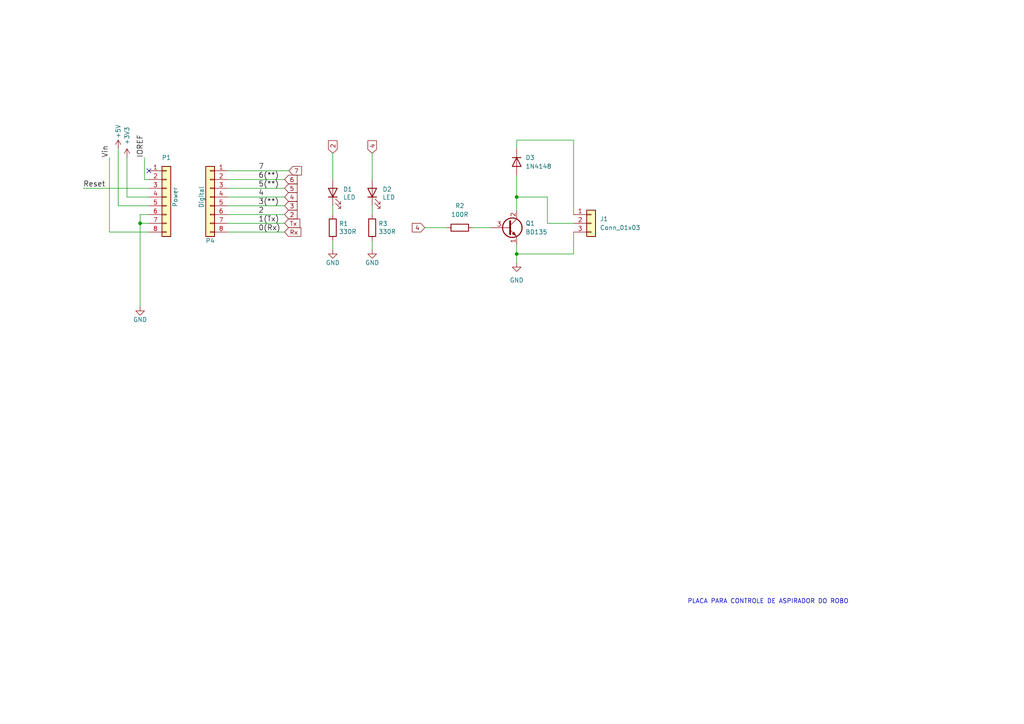
<source format=kicad_sch>
(kicad_sch (version 20211123) (generator eeschema)

  (uuid 55e9da1c-b2d4-4995-a39b-e5429bb67fb4)

  (paper "A4")

  (title_block
    (date "2022-07-27")
  )

  (lib_symbols
    (symbol "Connector_Generic:Conn_01x03" (pin_names (offset 1.016) hide) (in_bom yes) (on_board yes)
      (property "Reference" "J" (id 0) (at 0 5.08 0)
        (effects (font (size 1.27 1.27)))
      )
      (property "Value" "Conn_01x03" (id 1) (at 0 -5.08 0)
        (effects (font (size 1.27 1.27)))
      )
      (property "Footprint" "" (id 2) (at 0 0 0)
        (effects (font (size 1.27 1.27)) hide)
      )
      (property "Datasheet" "~" (id 3) (at 0 0 0)
        (effects (font (size 1.27 1.27)) hide)
      )
      (property "ki_keywords" "connector" (id 4) (at 0 0 0)
        (effects (font (size 1.27 1.27)) hide)
      )
      (property "ki_description" "Generic connector, single row, 01x03, script generated (kicad-library-utils/schlib/autogen/connector/)" (id 5) (at 0 0 0)
        (effects (font (size 1.27 1.27)) hide)
      )
      (property "ki_fp_filters" "Connector*:*_1x??_*" (id 6) (at 0 0 0)
        (effects (font (size 1.27 1.27)) hide)
      )
      (symbol "Conn_01x03_1_1"
        (rectangle (start -1.27 -2.413) (end 0 -2.667)
          (stroke (width 0.1524) (type default) (color 0 0 0 0))
          (fill (type none))
        )
        (rectangle (start -1.27 0.127) (end 0 -0.127)
          (stroke (width 0.1524) (type default) (color 0 0 0 0))
          (fill (type none))
        )
        (rectangle (start -1.27 2.667) (end 0 2.413)
          (stroke (width 0.1524) (type default) (color 0 0 0 0))
          (fill (type none))
        )
        (rectangle (start -1.27 3.81) (end 1.27 -3.81)
          (stroke (width 0.254) (type default) (color 0 0 0 0))
          (fill (type background))
        )
        (pin passive line (at -5.08 2.54 0) (length 3.81)
          (name "Pin_1" (effects (font (size 1.27 1.27))))
          (number "1" (effects (font (size 1.27 1.27))))
        )
        (pin passive line (at -5.08 0 0) (length 3.81)
          (name "Pin_2" (effects (font (size 1.27 1.27))))
          (number "2" (effects (font (size 1.27 1.27))))
        )
        (pin passive line (at -5.08 -2.54 0) (length 3.81)
          (name "Pin_3" (effects (font (size 1.27 1.27))))
          (number "3" (effects (font (size 1.27 1.27))))
        )
      )
    )
    (symbol "Connector_Generic:Conn_01x08" (pin_names (offset 1.016) hide) (in_bom yes) (on_board yes)
      (property "Reference" "J" (id 0) (at 0 10.16 0)
        (effects (font (size 1.27 1.27)))
      )
      (property "Value" "Conn_01x08" (id 1) (at 0 -12.7 0)
        (effects (font (size 1.27 1.27)))
      )
      (property "Footprint" "" (id 2) (at 0 0 0)
        (effects (font (size 1.27 1.27)) hide)
      )
      (property "Datasheet" "~" (id 3) (at 0 0 0)
        (effects (font (size 1.27 1.27)) hide)
      )
      (property "ki_keywords" "connector" (id 4) (at 0 0 0)
        (effects (font (size 1.27 1.27)) hide)
      )
      (property "ki_description" "Generic connector, single row, 01x08, script generated (kicad-library-utils/schlib/autogen/connector/)" (id 5) (at 0 0 0)
        (effects (font (size 1.27 1.27)) hide)
      )
      (property "ki_fp_filters" "Connector*:*_1x??_*" (id 6) (at 0 0 0)
        (effects (font (size 1.27 1.27)) hide)
      )
      (symbol "Conn_01x08_1_1"
        (rectangle (start -1.27 -10.033) (end 0 -10.287)
          (stroke (width 0.1524) (type default) (color 0 0 0 0))
          (fill (type none))
        )
        (rectangle (start -1.27 -7.493) (end 0 -7.747)
          (stroke (width 0.1524) (type default) (color 0 0 0 0))
          (fill (type none))
        )
        (rectangle (start -1.27 -4.953) (end 0 -5.207)
          (stroke (width 0.1524) (type default) (color 0 0 0 0))
          (fill (type none))
        )
        (rectangle (start -1.27 -2.413) (end 0 -2.667)
          (stroke (width 0.1524) (type default) (color 0 0 0 0))
          (fill (type none))
        )
        (rectangle (start -1.27 0.127) (end 0 -0.127)
          (stroke (width 0.1524) (type default) (color 0 0 0 0))
          (fill (type none))
        )
        (rectangle (start -1.27 2.667) (end 0 2.413)
          (stroke (width 0.1524) (type default) (color 0 0 0 0))
          (fill (type none))
        )
        (rectangle (start -1.27 5.207) (end 0 4.953)
          (stroke (width 0.1524) (type default) (color 0 0 0 0))
          (fill (type none))
        )
        (rectangle (start -1.27 7.747) (end 0 7.493)
          (stroke (width 0.1524) (type default) (color 0 0 0 0))
          (fill (type none))
        )
        (rectangle (start -1.27 8.89) (end 1.27 -11.43)
          (stroke (width 0.254) (type default) (color 0 0 0 0))
          (fill (type background))
        )
        (pin passive line (at -5.08 7.62 0) (length 3.81)
          (name "Pin_1" (effects (font (size 1.27 1.27))))
          (number "1" (effects (font (size 1.27 1.27))))
        )
        (pin passive line (at -5.08 5.08 0) (length 3.81)
          (name "Pin_2" (effects (font (size 1.27 1.27))))
          (number "2" (effects (font (size 1.27 1.27))))
        )
        (pin passive line (at -5.08 2.54 0) (length 3.81)
          (name "Pin_3" (effects (font (size 1.27 1.27))))
          (number "3" (effects (font (size 1.27 1.27))))
        )
        (pin passive line (at -5.08 0 0) (length 3.81)
          (name "Pin_4" (effects (font (size 1.27 1.27))))
          (number "4" (effects (font (size 1.27 1.27))))
        )
        (pin passive line (at -5.08 -2.54 0) (length 3.81)
          (name "Pin_5" (effects (font (size 1.27 1.27))))
          (number "5" (effects (font (size 1.27 1.27))))
        )
        (pin passive line (at -5.08 -5.08 0) (length 3.81)
          (name "Pin_6" (effects (font (size 1.27 1.27))))
          (number "6" (effects (font (size 1.27 1.27))))
        )
        (pin passive line (at -5.08 -7.62 0) (length 3.81)
          (name "Pin_7" (effects (font (size 1.27 1.27))))
          (number "7" (effects (font (size 1.27 1.27))))
        )
        (pin passive line (at -5.08 -10.16 0) (length 3.81)
          (name "Pin_8" (effects (font (size 1.27 1.27))))
          (number "8" (effects (font (size 1.27 1.27))))
        )
      )
    )
    (symbol "Device:LED" (pin_numbers hide) (pin_names (offset 1.016) hide) (in_bom yes) (on_board yes)
      (property "Reference" "D" (id 0) (at 0 2.54 0)
        (effects (font (size 1.27 1.27)))
      )
      (property "Value" "LED" (id 1) (at 0 -2.54 0)
        (effects (font (size 1.27 1.27)))
      )
      (property "Footprint" "" (id 2) (at 0 0 0)
        (effects (font (size 1.27 1.27)) hide)
      )
      (property "Datasheet" "~" (id 3) (at 0 0 0)
        (effects (font (size 1.27 1.27)) hide)
      )
      (property "ki_keywords" "LED diode" (id 4) (at 0 0 0)
        (effects (font (size 1.27 1.27)) hide)
      )
      (property "ki_description" "Light emitting diode" (id 5) (at 0 0 0)
        (effects (font (size 1.27 1.27)) hide)
      )
      (property "ki_fp_filters" "LED* LED_SMD:* LED_THT:*" (id 6) (at 0 0 0)
        (effects (font (size 1.27 1.27)) hide)
      )
      (symbol "LED_0_1"
        (polyline
          (pts
            (xy -1.27 -1.27)
            (xy -1.27 1.27)
          )
          (stroke (width 0.254) (type default) (color 0 0 0 0))
          (fill (type none))
        )
        (polyline
          (pts
            (xy -1.27 0)
            (xy 1.27 0)
          )
          (stroke (width 0) (type default) (color 0 0 0 0))
          (fill (type none))
        )
        (polyline
          (pts
            (xy 1.27 -1.27)
            (xy 1.27 1.27)
            (xy -1.27 0)
            (xy 1.27 -1.27)
          )
          (stroke (width 0.254) (type default) (color 0 0 0 0))
          (fill (type none))
        )
        (polyline
          (pts
            (xy -3.048 -0.762)
            (xy -4.572 -2.286)
            (xy -3.81 -2.286)
            (xy -4.572 -2.286)
            (xy -4.572 -1.524)
          )
          (stroke (width 0) (type default) (color 0 0 0 0))
          (fill (type none))
        )
        (polyline
          (pts
            (xy -1.778 -0.762)
            (xy -3.302 -2.286)
            (xy -2.54 -2.286)
            (xy -3.302 -2.286)
            (xy -3.302 -1.524)
          )
          (stroke (width 0) (type default) (color 0 0 0 0))
          (fill (type none))
        )
      )
      (symbol "LED_1_1"
        (pin passive line (at -3.81 0 0) (length 2.54)
          (name "K" (effects (font (size 1.27 1.27))))
          (number "1" (effects (font (size 1.27 1.27))))
        )
        (pin passive line (at 3.81 0 180) (length 2.54)
          (name "A" (effects (font (size 1.27 1.27))))
          (number "2" (effects (font (size 1.27 1.27))))
        )
      )
    )
    (symbol "Device:R" (pin_numbers hide) (pin_names (offset 0)) (in_bom yes) (on_board yes)
      (property "Reference" "R" (id 0) (at 2.032 0 90)
        (effects (font (size 1.27 1.27)))
      )
      (property "Value" "R" (id 1) (at 0 0 90)
        (effects (font (size 1.27 1.27)))
      )
      (property "Footprint" "" (id 2) (at -1.778 0 90)
        (effects (font (size 1.27 1.27)) hide)
      )
      (property "Datasheet" "~" (id 3) (at 0 0 0)
        (effects (font (size 1.27 1.27)) hide)
      )
      (property "ki_keywords" "R res resistor" (id 4) (at 0 0 0)
        (effects (font (size 1.27 1.27)) hide)
      )
      (property "ki_description" "Resistor" (id 5) (at 0 0 0)
        (effects (font (size 1.27 1.27)) hide)
      )
      (property "ki_fp_filters" "R_*" (id 6) (at 0 0 0)
        (effects (font (size 1.27 1.27)) hide)
      )
      (symbol "R_0_1"
        (rectangle (start -1.016 -2.54) (end 1.016 2.54)
          (stroke (width 0.254) (type default) (color 0 0 0 0))
          (fill (type none))
        )
      )
      (symbol "R_1_1"
        (pin passive line (at 0 3.81 270) (length 1.27)
          (name "~" (effects (font (size 1.27 1.27))))
          (number "1" (effects (font (size 1.27 1.27))))
        )
        (pin passive line (at 0 -3.81 90) (length 1.27)
          (name "~" (effects (font (size 1.27 1.27))))
          (number "2" (effects (font (size 1.27 1.27))))
        )
      )
    )
    (symbol "Diode:1N4148" (pin_numbers hide) (pin_names (offset 1.016) hide) (in_bom yes) (on_board yes)
      (property "Reference" "D" (id 0) (at 0 2.54 0)
        (effects (font (size 1.27 1.27)))
      )
      (property "Value" "1N4148" (id 1) (at 0 -2.54 0)
        (effects (font (size 1.27 1.27)))
      )
      (property "Footprint" "Diode_THT:D_DO-35_SOD27_P7.62mm_Horizontal" (id 2) (at 0 -4.445 0)
        (effects (font (size 1.27 1.27)) hide)
      )
      (property "Datasheet" "https://assets.nexperia.com/documents/data-sheet/1N4148_1N4448.pdf" (id 3) (at 0 0 0)
        (effects (font (size 1.27 1.27)) hide)
      )
      (property "ki_keywords" "diode" (id 4) (at 0 0 0)
        (effects (font (size 1.27 1.27)) hide)
      )
      (property "ki_description" "100V 0.15A standard switching diode, DO-35" (id 5) (at 0 0 0)
        (effects (font (size 1.27 1.27)) hide)
      )
      (property "ki_fp_filters" "D*DO?35*" (id 6) (at 0 0 0)
        (effects (font (size 1.27 1.27)) hide)
      )
      (symbol "1N4148_0_1"
        (polyline
          (pts
            (xy -1.27 1.27)
            (xy -1.27 -1.27)
          )
          (stroke (width 0.254) (type default) (color 0 0 0 0))
          (fill (type none))
        )
        (polyline
          (pts
            (xy 1.27 0)
            (xy -1.27 0)
          )
          (stroke (width 0) (type default) (color 0 0 0 0))
          (fill (type none))
        )
        (polyline
          (pts
            (xy 1.27 1.27)
            (xy 1.27 -1.27)
            (xy -1.27 0)
            (xy 1.27 1.27)
          )
          (stroke (width 0.254) (type default) (color 0 0 0 0))
          (fill (type none))
        )
      )
      (symbol "1N4148_1_1"
        (pin passive line (at -3.81 0 0) (length 2.54)
          (name "K" (effects (font (size 1.27 1.27))))
          (number "1" (effects (font (size 1.27 1.27))))
        )
        (pin passive line (at 3.81 0 180) (length 2.54)
          (name "A" (effects (font (size 1.27 1.27))))
          (number "2" (effects (font (size 1.27 1.27))))
        )
      )
    )
    (symbol "Transistor_BJT:BD135" (pin_names (offset 0) hide) (in_bom yes) (on_board yes)
      (property "Reference" "Q" (id 0) (at 5.08 1.905 0)
        (effects (font (size 1.27 1.27)) (justify left))
      )
      (property "Value" "BD135" (id 1) (at 5.08 0 0)
        (effects (font (size 1.27 1.27)) (justify left))
      )
      (property "Footprint" "Package_TO_SOT_THT:TO-126-3_Vertical" (id 2) (at 5.08 -1.905 0)
        (effects (font (size 1.27 1.27) italic) (justify left) hide)
      )
      (property "Datasheet" "http://www.st.com/internet/com/TECHNICAL_RESOURCES/TECHNICAL_LITERATURE/DATASHEET/CD00001225.pdf" (id 3) (at 0 0 0)
        (effects (font (size 1.27 1.27)) (justify left) hide)
      )
      (property "ki_keywords" "Low Voltage Transistor" (id 4) (at 0 0 0)
        (effects (font (size 1.27 1.27)) hide)
      )
      (property "ki_description" "1.5A Ic, 45V Vce, Low Voltage Transistor, TO-126" (id 5) (at 0 0 0)
        (effects (font (size 1.27 1.27)) hide)
      )
      (property "ki_fp_filters" "TO?126*" (id 6) (at 0 0 0)
        (effects (font (size 1.27 1.27)) hide)
      )
      (symbol "BD135_0_1"
        (polyline
          (pts
            (xy 0 0)
            (xy 0.635 0)
          )
          (stroke (width 0) (type default) (color 0 0 0 0))
          (fill (type none))
        )
        (polyline
          (pts
            (xy 2.54 -2.54)
            (xy 0.635 -0.635)
          )
          (stroke (width 0) (type default) (color 0 0 0 0))
          (fill (type none))
        )
        (polyline
          (pts
            (xy 2.54 2.54)
            (xy 0.635 0.635)
          )
          (stroke (width 0) (type default) (color 0 0 0 0))
          (fill (type none))
        )
        (polyline
          (pts
            (xy 0.635 1.905)
            (xy 0.635 -1.905)
            (xy 0.635 -1.905)
          )
          (stroke (width 0.508) (type default) (color 0 0 0 0))
          (fill (type outline))
        )
        (polyline
          (pts
            (xy 1.2446 -1.778)
            (xy 1.7526 -1.27)
            (xy 2.286 -2.286)
            (xy 1.2446 -1.778)
            (xy 1.2446 -1.778)
          )
          (stroke (width 0) (type default) (color 0 0 0 0))
          (fill (type outline))
        )
        (circle (center 1.27 0) (radius 2.8194)
          (stroke (width 0.3048) (type default) (color 0 0 0 0))
          (fill (type none))
        )
      )
      (symbol "BD135_1_1"
        (pin passive line (at 2.54 -5.08 90) (length 2.54)
          (name "E" (effects (font (size 1.27 1.27))))
          (number "1" (effects (font (size 1.27 1.27))))
        )
        (pin passive line (at 2.54 5.08 270) (length 2.54)
          (name "C" (effects (font (size 1.27 1.27))))
          (number "2" (effects (font (size 1.27 1.27))))
        )
        (pin input line (at -5.08 0 0) (length 5.08)
          (name "B" (effects (font (size 1.27 1.27))))
          (number "3" (effects (font (size 1.27 1.27))))
        )
      )
    )
    (symbol "power:+3.3V" (power) (pin_names (offset 0)) (in_bom yes) (on_board yes)
      (property "Reference" "#PWR" (id 0) (at 0 -3.81 0)
        (effects (font (size 1.27 1.27)) hide)
      )
      (property "Value" "+3.3V" (id 1) (at 0 3.556 0)
        (effects (font (size 1.27 1.27)))
      )
      (property "Footprint" "" (id 2) (at 0 0 0)
        (effects (font (size 1.27 1.27)) hide)
      )
      (property "Datasheet" "" (id 3) (at 0 0 0)
        (effects (font (size 1.27 1.27)) hide)
      )
      (property "ki_keywords" "power-flag" (id 4) (at 0 0 0)
        (effects (font (size 1.27 1.27)) hide)
      )
      (property "ki_description" "Power symbol creates a global label with name \"+3.3V\"" (id 5) (at 0 0 0)
        (effects (font (size 1.27 1.27)) hide)
      )
      (symbol "+3.3V_0_1"
        (polyline
          (pts
            (xy -0.762 1.27)
            (xy 0 2.54)
          )
          (stroke (width 0) (type default) (color 0 0 0 0))
          (fill (type none))
        )
        (polyline
          (pts
            (xy 0 0)
            (xy 0 2.54)
          )
          (stroke (width 0) (type default) (color 0 0 0 0))
          (fill (type none))
        )
        (polyline
          (pts
            (xy 0 2.54)
            (xy 0.762 1.27)
          )
          (stroke (width 0) (type default) (color 0 0 0 0))
          (fill (type none))
        )
      )
      (symbol "+3.3V_1_1"
        (pin power_in line (at 0 0 90) (length 0) hide
          (name "+3V3" (effects (font (size 1.27 1.27))))
          (number "1" (effects (font (size 1.27 1.27))))
        )
      )
    )
    (symbol "power:+5V" (power) (pin_names (offset 0)) (in_bom yes) (on_board yes)
      (property "Reference" "#PWR" (id 0) (at 0 -3.81 0)
        (effects (font (size 1.27 1.27)) hide)
      )
      (property "Value" "+5V" (id 1) (at 0 3.556 0)
        (effects (font (size 1.27 1.27)))
      )
      (property "Footprint" "" (id 2) (at 0 0 0)
        (effects (font (size 1.27 1.27)) hide)
      )
      (property "Datasheet" "" (id 3) (at 0 0 0)
        (effects (font (size 1.27 1.27)) hide)
      )
      (property "ki_keywords" "power-flag" (id 4) (at 0 0 0)
        (effects (font (size 1.27 1.27)) hide)
      )
      (property "ki_description" "Power symbol creates a global label with name \"+5V\"" (id 5) (at 0 0 0)
        (effects (font (size 1.27 1.27)) hide)
      )
      (symbol "+5V_0_1"
        (polyline
          (pts
            (xy -0.762 1.27)
            (xy 0 2.54)
          )
          (stroke (width 0) (type default) (color 0 0 0 0))
          (fill (type none))
        )
        (polyline
          (pts
            (xy 0 0)
            (xy 0 2.54)
          )
          (stroke (width 0) (type default) (color 0 0 0 0))
          (fill (type none))
        )
        (polyline
          (pts
            (xy 0 2.54)
            (xy 0.762 1.27)
          )
          (stroke (width 0) (type default) (color 0 0 0 0))
          (fill (type none))
        )
      )
      (symbol "+5V_1_1"
        (pin power_in line (at 0 0 90) (length 0) hide
          (name "+5V" (effects (font (size 1.27 1.27))))
          (number "1" (effects (font (size 1.27 1.27))))
        )
      )
    )
    (symbol "power:GND" (power) (pin_names (offset 0)) (in_bom yes) (on_board yes)
      (property "Reference" "#PWR" (id 0) (at 0 -6.35 0)
        (effects (font (size 1.27 1.27)) hide)
      )
      (property "Value" "GND" (id 1) (at 0 -3.81 0)
        (effects (font (size 1.27 1.27)))
      )
      (property "Footprint" "" (id 2) (at 0 0 0)
        (effects (font (size 1.27 1.27)) hide)
      )
      (property "Datasheet" "" (id 3) (at 0 0 0)
        (effects (font (size 1.27 1.27)) hide)
      )
      (property "ki_keywords" "power-flag" (id 4) (at 0 0 0)
        (effects (font (size 1.27 1.27)) hide)
      )
      (property "ki_description" "Power symbol creates a global label with name \"GND\" , ground" (id 5) (at 0 0 0)
        (effects (font (size 1.27 1.27)) hide)
      )
      (symbol "GND_0_1"
        (polyline
          (pts
            (xy 0 0)
            (xy 0 -1.27)
            (xy 1.27 -1.27)
            (xy 0 -2.54)
            (xy -1.27 -1.27)
            (xy 0 -1.27)
          )
          (stroke (width 0) (type default) (color 0 0 0 0))
          (fill (type none))
        )
      )
      (symbol "GND_1_1"
        (pin power_in line (at 0 0 270) (length 0) hide
          (name "GND" (effects (font (size 1.27 1.27))))
          (number "1" (effects (font (size 1.27 1.27))))
        )
      )
    )
  )

  (junction (at 149.86 73.66) (diameter 0) (color 0 0 0 0)
    (uuid 0721dc72-b576-4f89-b17b-f527e1b90f39)
  )
  (junction (at 40.64 64.77) (diameter 0) (color 0 0 0 0)
    (uuid 6c193ed4-0e37-4ad8-8f39-b859572c73f0)
  )
  (junction (at 149.86 57.15) (diameter 0) (color 0 0 0 0)
    (uuid a5cbf7a0-7a7a-47e9-967f-f7d6f82168a3)
  )

  (no_connect (at 43.18 49.53) (uuid 1a492792-7afb-422c-b39f-70c37636bd19))

  (wire (pts (xy 66.04 52.07) (xy 82.55 52.07))
    (stroke (width 0) (type default) (color 0 0 0 0))
    (uuid 07fa7ddb-4cb4-434a-b00c-5858d217f21d)
  )
  (wire (pts (xy 107.95 69.85) (xy 107.95 72.39))
    (stroke (width 0) (type default) (color 0 0 0 0))
    (uuid 12d152e2-92ac-4a00-92fb-07bd2f73c800)
  )
  (wire (pts (xy 107.95 59.69) (xy 107.95 62.23))
    (stroke (width 0) (type default) (color 0 0 0 0))
    (uuid 1e5b4ebf-6a68-4cb0-960e-7005c6122e70)
  )
  (wire (pts (xy 96.52 69.85) (xy 96.52 72.39))
    (stroke (width 0) (type default) (color 0 0 0 0))
    (uuid 263a6333-1d60-4009-a9df-c766c4a291ed)
  )
  (wire (pts (xy 43.18 62.23) (xy 40.64 62.23))
    (stroke (width 0) (type default) (color 0 0 0 0))
    (uuid 2c499e72-981f-409b-8f5f-a59ae6d92694)
  )
  (wire (pts (xy 149.86 73.66) (xy 149.86 76.2))
    (stroke (width 0) (type default) (color 0 0 0 0))
    (uuid 2d785e51-14ce-497b-b4ad-dd851b18cf59)
  )
  (wire (pts (xy 43.18 57.15) (xy 36.83 57.15))
    (stroke (width 0) (type default) (color 0 0 0 0))
    (uuid 3385946a-f3fa-4cb3-b5c9-23be2c141d27)
  )
  (wire (pts (xy 166.37 73.66) (xy 149.86 73.66))
    (stroke (width 0) (type default) (color 0 0 0 0))
    (uuid 35ff5bbd-959f-465b-902b-72304d1c5299)
  )
  (wire (pts (xy 149.86 50.8) (xy 149.86 57.15))
    (stroke (width 0) (type default) (color 0 0 0 0))
    (uuid 3b459fe8-38b5-47d9-ba62-d0a6bfbe0957)
  )
  (wire (pts (xy 123.19 66.04) (xy 129.54 66.04))
    (stroke (width 0) (type default) (color 0 0 0 0))
    (uuid 3ef54fd6-7d53-4c58-8087-0efb046cb088)
  )
  (wire (pts (xy 43.18 54.61) (xy 24.13 54.61))
    (stroke (width 0) (type default) (color 0 0 0 0))
    (uuid 42c6b28f-8500-4b68-bbdf-32bd8be86f80)
  )
  (wire (pts (xy 66.04 67.31) (xy 82.55 67.31))
    (stroke (width 0) (type default) (color 0 0 0 0))
    (uuid 4c237919-3273-4e71-99cd-a47bd71fdf79)
  )
  (wire (pts (xy 66.04 54.61) (xy 82.55 54.61))
    (stroke (width 0) (type default) (color 0 0 0 0))
    (uuid 4f587d24-af56-4e3d-a7b5-87a1c1ff83e4)
  )
  (wire (pts (xy 149.86 40.64) (xy 149.86 43.18))
    (stroke (width 0) (type default) (color 0 0 0 0))
    (uuid 5364e89a-48aa-45a3-aaaf-15656461585c)
  )
  (wire (pts (xy 158.75 57.15) (xy 149.86 57.15))
    (stroke (width 0) (type default) (color 0 0 0 0))
    (uuid 5a869f7c-445c-465f-bb39-338877004f33)
  )
  (wire (pts (xy 66.04 57.15) (xy 82.55 57.15))
    (stroke (width 0) (type default) (color 0 0 0 0))
    (uuid 6aef1125-8d1a-46e8-9213-84a1607a3595)
  )
  (wire (pts (xy 158.75 64.77) (xy 158.75 57.15))
    (stroke (width 0) (type default) (color 0 0 0 0))
    (uuid 71cca88b-681b-465e-903c-7db8fb82004e)
  )
  (wire (pts (xy 166.37 40.64) (xy 149.86 40.64))
    (stroke (width 0) (type default) (color 0 0 0 0))
    (uuid 782ef498-0646-4bb8-871d-cfae72782c19)
  )
  (wire (pts (xy 96.52 59.69) (xy 96.52 62.23))
    (stroke (width 0) (type default) (color 0 0 0 0))
    (uuid 80584428-5154-44bf-bcde-ca0c3ea60087)
  )
  (wire (pts (xy 41.91 45.72) (xy 41.91 52.07))
    (stroke (width 0) (type default) (color 0 0 0 0))
    (uuid 81b7152a-bd01-43df-a96f-dccde922e5d4)
  )
  (wire (pts (xy 107.95 44.45) (xy 107.95 52.07))
    (stroke (width 0) (type default) (color 0 0 0 0))
    (uuid 846b9d2b-fa57-4250-8ed4-3287ef873c1b)
  )
  (wire (pts (xy 31.75 67.31) (xy 31.75 45.72))
    (stroke (width 0) (type default) (color 0 0 0 0))
    (uuid 84cd7cc2-526f-4e1f-9e0c-7501097cd33f)
  )
  (wire (pts (xy 66.04 59.69) (xy 82.55 59.69))
    (stroke (width 0) (type default) (color 0 0 0 0))
    (uuid 84ea3182-e498-4db8-bdf2-35e167bad026)
  )
  (wire (pts (xy 66.04 49.53) (xy 83.82 49.53))
    (stroke (width 0) (type default) (color 0 0 0 0))
    (uuid 8efe2e27-1e1c-4abf-b766-5eacf5e2761a)
  )
  (wire (pts (xy 43.18 67.31) (xy 31.75 67.31))
    (stroke (width 0) (type default) (color 0 0 0 0))
    (uuid 8f4db84f-8648-4055-914d-a3395163e1d3)
  )
  (wire (pts (xy 96.52 44.45) (xy 96.52 52.07))
    (stroke (width 0) (type default) (color 0 0 0 0))
    (uuid a59f2819-12bc-47e3-9d43-cf50587062df)
  )
  (wire (pts (xy 43.18 64.77) (xy 40.64 64.77))
    (stroke (width 0) (type default) (color 0 0 0 0))
    (uuid a8eec9a6-5455-454a-8104-384cf0571e04)
  )
  (wire (pts (xy 66.04 62.23) (xy 82.55 62.23))
    (stroke (width 0) (type default) (color 0 0 0 0))
    (uuid a9a0f93f-a1f4-4e4e-949e-ea86947192c3)
  )
  (wire (pts (xy 40.64 64.77) (xy 40.64 88.9))
    (stroke (width 0) (type default) (color 0 0 0 0))
    (uuid aef09cf9-d2f3-4b91-a66c-474b5d3120a6)
  )
  (wire (pts (xy 166.37 64.77) (xy 158.75 64.77))
    (stroke (width 0) (type default) (color 0 0 0 0))
    (uuid b00861c0-cae3-4b26-a41e-41be2c5994a5)
  )
  (wire (pts (xy 36.83 57.15) (xy 36.83 45.72))
    (stroke (width 0) (type default) (color 0 0 0 0))
    (uuid bbd08479-7fdb-42bc-902a-26068d3c902d)
  )
  (wire (pts (xy 34.29 59.69) (xy 34.29 43.18))
    (stroke (width 0) (type default) (color 0 0 0 0))
    (uuid bc1102bf-a5bb-4e8c-9e56-62c43574a855)
  )
  (wire (pts (xy 43.18 59.69) (xy 34.29 59.69))
    (stroke (width 0) (type default) (color 0 0 0 0))
    (uuid c0d3d809-5bf2-4dd3-92dc-571dd8559dfe)
  )
  (wire (pts (xy 166.37 67.31) (xy 166.37 73.66))
    (stroke (width 0) (type default) (color 0 0 0 0))
    (uuid d5b94a30-6408-43d1-8792-f8b177f4e785)
  )
  (wire (pts (xy 149.86 71.12) (xy 149.86 73.66))
    (stroke (width 0) (type default) (color 0 0 0 0))
    (uuid d712b392-f96a-4fce-aa86-79a8b3ea2961)
  )
  (wire (pts (xy 66.04 64.77) (xy 82.55 64.77))
    (stroke (width 0) (type default) (color 0 0 0 0))
    (uuid d8735775-66e9-48f1-ad25-a0cb7a5ab2e7)
  )
  (wire (pts (xy 41.91 52.07) (xy 43.18 52.07))
    (stroke (width 0) (type default) (color 0 0 0 0))
    (uuid dd7bbbdf-2ab2-4ebc-a38f-f71d4913409d)
  )
  (wire (pts (xy 40.64 62.23) (xy 40.64 64.77))
    (stroke (width 0) (type default) (color 0 0 0 0))
    (uuid eda0af0e-eb7a-4e4d-a71d-42f044008ac8)
  )
  (wire (pts (xy 166.37 62.23) (xy 166.37 40.64))
    (stroke (width 0) (type default) (color 0 0 0 0))
    (uuid eecbc024-c2ec-4324-956b-4cbcf291e5c2)
  )
  (wire (pts (xy 137.16 66.04) (xy 142.24 66.04))
    (stroke (width 0) (type default) (color 0 0 0 0))
    (uuid f408fbbe-eee3-4a2b-b681-9d100290f139)
  )
  (wire (pts (xy 149.86 57.15) (xy 149.86 60.96))
    (stroke (width 0) (type default) (color 0 0 0 0))
    (uuid f42e3162-46dc-41a7-8787-5fd723281666)
  )

  (text "PLACA PARA CONTROLE DE ASPIRADOR DO ROBO" (at 199.39 175.26 0)
    (effects (font (size 1.27 1.27)) (justify left bottom))
    (uuid eb0c3764-95bd-4dde-862d-fb130fe53e12)
  )

  (label "1(Tx)" (at 74.93 64.77 0)
    (effects (font (size 1.524 1.524)) (justify left bottom))
    (uuid 0c0c0408-a802-4565-bfd7-4f8ec8edfdf4)
  )
  (label "4" (at 74.93 57.15 0)
    (effects (font (size 1.524 1.524)) (justify left bottom))
    (uuid 208e0633-d90a-4b32-8d44-256b2b23da68)
  )
  (label "IOREF" (at 41.91 45.72 90)
    (effects (font (size 1.524 1.524)) (justify left bottom))
    (uuid 36f76e64-cbcf-45d5-91a4-178fb8bc16b0)
  )
  (label "0(Rx)" (at 74.93 67.31 0)
    (effects (font (size 1.524 1.524)) (justify left bottom))
    (uuid 47776f9f-a724-4d92-b93e-435f4140fa11)
  )
  (label "Reset" (at 24.13 54.61 0)
    (effects (font (size 1.524 1.524)) (justify left bottom))
    (uuid 59dc7ff6-302a-4ac0-b744-e54e5d910cf2)
  )
  (label "6(**)" (at 74.93 52.07 0)
    (effects (font (size 1.524 1.524)) (justify left bottom))
    (uuid 96abfc05-a7f5-42ba-8970-ebbf9672ce3e)
  )
  (label "2" (at 74.93 62.23 0)
    (effects (font (size 1.524 1.524)) (justify left bottom))
    (uuid aa608eb1-43a4-4b99-8d07-dc07c86f08a2)
  )
  (label "Vin" (at 31.75 45.72 90)
    (effects (font (size 1.524 1.524)) (justify left bottom))
    (uuid aaeb0da1-3d5d-4cdf-90b1-8feae9588545)
  )
  (label "5(**)" (at 74.93 54.61 0)
    (effects (font (size 1.524 1.524)) (justify left bottom))
    (uuid cb7034e3-d777-4193-9627-5137b589596d)
  )
  (label "7" (at 74.93 49.53 0)
    (effects (font (size 1.524 1.524)) (justify left bottom))
    (uuid f8bca2ac-a1cd-469e-a4b0-e48c28ffc0d1)
  )
  (label "3(**)" (at 74.93 59.69 0)
    (effects (font (size 1.524 1.524)) (justify left bottom))
    (uuid f8dea8cf-a10c-43e1-a39f-f07ef45cfa96)
  )

  (global_label "6" (shape input) (at 82.55 52.07 0) (fields_autoplaced)
    (effects (font (size 1.27 1.27)) (justify left))
    (uuid 00ae2a70-8b39-4911-9320-00065cd439c7)
    (property "Intersheet References" "${INTERSHEET_REFS}" (id 0) (at -193.04 -8.89 0)
      (effects (font (size 1.27 1.27)) hide)
    )
  )
  (global_label "7" (shape input) (at 83.82 49.53 0) (fields_autoplaced)
    (effects (font (size 1.27 1.27)) (justify left))
    (uuid 0a2fbc06-efd1-429b-a8fd-531cc97fbada)
    (property "Intersheet References" "${INTERSHEET_REFS}" (id 0) (at -193.04 -8.89 0)
      (effects (font (size 1.27 1.27)) hide)
    )
  )
  (global_label "2" (shape input) (at 82.55 62.23 0) (fields_autoplaced)
    (effects (font (size 1.27 1.27)) (justify left))
    (uuid 0f81476f-739f-439b-a2b3-9e04bc093cf0)
    (property "Intersheet References" "${INTERSHEET_REFS}" (id 0) (at -193.04 -8.89 0)
      (effects (font (size 1.27 1.27)) hide)
    )
  )
  (global_label "Rx" (shape input) (at 82.55 67.31 0) (fields_autoplaced)
    (effects (font (size 1.27 1.27)) (justify left))
    (uuid 4c434956-cf54-4b21-97f4-ae60267aa72e)
    (property "Intersheet References" "${INTERSHEET_REFS}" (id 0) (at -193.04 -8.89 0)
      (effects (font (size 1.27 1.27)) hide)
    )
  )
  (global_label "4" (shape input) (at 123.19 66.04 180) (fields_autoplaced)
    (effects (font (size 1.27 1.27)) (justify right))
    (uuid 75cb6c2b-e007-4d62-866e-9774901a0b67)
    (property "Intersheet References" "${INTERSHEET_REFS}" (id 0) (at 398.78 132.08 0)
      (effects (font (size 1.27 1.27)) hide)
    )
  )
  (global_label "4" (shape input) (at 107.95 44.45 90) (fields_autoplaced)
    (effects (font (size 1.27 1.27)) (justify left))
    (uuid 7b247fa6-2dbf-4c95-984f-200fa031eff2)
    (property "Intersheet References" "${INTERSHEET_REFS}" (id 0) (at 41.91 320.04 0)
      (effects (font (size 1.27 1.27)) hide)
    )
  )
  (global_label "Tx" (shape input) (at 82.55 64.77 0) (fields_autoplaced)
    (effects (font (size 1.27 1.27)) (justify left))
    (uuid 7f19c709-ce59-4b76-a9c3-71d04f8e6d8e)
    (property "Intersheet References" "${INTERSHEET_REFS}" (id 0) (at -193.04 -8.89 0)
      (effects (font (size 1.27 1.27)) hide)
    )
  )
  (global_label "3" (shape input) (at 82.55 59.69 0) (fields_autoplaced)
    (effects (font (size 1.27 1.27)) (justify left))
    (uuid 7f268a99-2b17-4875-bbe3-c641bb734126)
    (property "Intersheet References" "${INTERSHEET_REFS}" (id 0) (at -193.04 -8.89 0)
      (effects (font (size 1.27 1.27)) hide)
    )
  )
  (global_label "2" (shape input) (at 96.52 44.45 90) (fields_autoplaced)
    (effects (font (size 1.27 1.27)) (justify left))
    (uuid 968b4c94-5024-4061-90c9-fbc5af5432d1)
    (property "Intersheet References" "${INTERSHEET_REFS}" (id 0) (at 25.4 320.04 0)
      (effects (font (size 1.27 1.27)) hide)
    )
  )
  (global_label "5" (shape input) (at 82.55 54.61 0) (fields_autoplaced)
    (effects (font (size 1.27 1.27)) (justify left))
    (uuid b7902ce2-9099-4b7c-a015-4e5fa2df0a88)
    (property "Intersheet References" "${INTERSHEET_REFS}" (id 0) (at -193.04 -8.89 0)
      (effects (font (size 1.27 1.27)) hide)
    )
  )
  (global_label "4" (shape input) (at 82.55 57.15 0) (fields_autoplaced)
    (effects (font (size 1.27 1.27)) (justify left))
    (uuid bb096fa0-a414-4d9c-b14e-c6023e26ec96)
    (property "Intersheet References" "${INTERSHEET_REFS}" (id 0) (at -193.04 -8.89 0)
      (effects (font (size 1.27 1.27)) hide)
    )
  )

  (symbol (lib_id "Connector_Generic:Conn_01x08") (at 48.26 57.15 0) (unit 1)
    (in_bom yes) (on_board yes)
    (uuid 00000000-0000-0000-0000-000056d70129)
    (property "Reference" "P1" (id 0) (at 48.26 45.72 0))
    (property "Value" "Power" (id 1) (at 50.8 57.15 90))
    (property "Footprint" "" (id 2) (at 52.07 57.15 90)
      (effects (font (size 0.508 0.508)) hide)
    )
    (property "Datasheet" "" (id 3) (at 48.26 57.15 0))
    (pin "1" (uuid 6b39672f-9e3f-4867-bca9-bc7a1a28753b))
    (pin "2" (uuid 73a81f11-0a5e-4eab-b658-abc6825b92c4))
    (pin "3" (uuid 19b5ea40-de36-4513-b52b-fa381f32a771))
    (pin "4" (uuid 41ccd9d5-381c-455c-a7f8-aa83e81e8746))
    (pin "5" (uuid 4497858e-0b02-45fb-9ef6-8285d34c751e))
    (pin "6" (uuid 0b781475-daea-4e65-890c-325065159d21))
    (pin "7" (uuid 6bfdbab3-e7eb-41f8-b7b7-439cf17621d2))
    (pin "8" (uuid e986394b-d7ab-4802-8e16-edc3ba842daf))
  )

  (symbol (lib_id "power:+3.3V") (at 36.83 45.72 0) (unit 1)
    (in_bom yes) (on_board yes)
    (uuid 00000000-0000-0000-0000-000056d70538)
    (property "Reference" "#PWR04" (id 0) (at 36.83 49.53 0)
      (effects (font (size 1.27 1.27)) hide)
    )
    (property "Value" "+3.3V" (id 1) (at 36.83 39.37 90))
    (property "Footprint" "" (id 2) (at 36.83 45.72 0))
    (property "Datasheet" "" (id 3) (at 36.83 45.72 0))
    (pin "1" (uuid 9c1a1d16-aed0-4046-ad25-2132f0a4f39d))
  )

  (symbol (lib_id "power:+5V") (at 34.29 43.18 0) (unit 1)
    (in_bom yes) (on_board yes)
    (uuid 00000000-0000-0000-0000-000056d707bb)
    (property "Reference" "#PWR01" (id 0) (at 34.29 46.99 0)
      (effects (font (size 1.27 1.27)) hide)
    )
    (property "Value" "+5V" (id 1) (at 34.29 38.1 90))
    (property "Footprint" "" (id 2) (at 34.29 43.18 0))
    (property "Datasheet" "" (id 3) (at 34.29 43.18 0))
    (pin "1" (uuid 522829a8-59a8-492c-97a8-6b89ccab9a40))
  )

  (symbol (lib_id "power:GND") (at 40.64 88.9 0) (unit 1)
    (in_bom yes) (on_board yes)
    (uuid 00000000-0000-0000-0000-000056d70cc2)
    (property "Reference" "#PWR09" (id 0) (at 40.64 95.25 0)
      (effects (font (size 1.27 1.27)) hide)
    )
    (property "Value" "GND" (id 1) (at 40.64 92.71 0))
    (property "Footprint" "" (id 2) (at 40.64 88.9 0))
    (property "Datasheet" "" (id 3) (at 40.64 88.9 0))
    (pin "1" (uuid 4ffc3627-c4e5-4d37-9df5-2fe929cb196a))
  )

  (symbol (lib_id "Connector_Generic:Conn_01x08") (at 60.96 57.15 0) (mirror y) (unit 1)
    (in_bom yes) (on_board yes)
    (uuid 00000000-0000-0000-0000-000056d7164f)
    (property "Reference" "P4" (id 0) (at 60.96 69.85 0))
    (property "Value" "Digital" (id 1) (at 58.42 57.15 90))
    (property "Footprint" "" (id 2) (at 57.15 58.42 90)
      (effects (font (size 0.508 0.508)) hide)
    )
    (property "Datasheet" "" (id 3) (at 60.96 57.15 0))
    (pin "1" (uuid fafcd0c7-6bd3-4dff-9a84-bd14b2f004ae))
    (pin "2" (uuid 9e495491-eacb-47b2-9a0f-1360dcedc080))
    (pin "3" (uuid 273dd2a9-2fee-4b67-bad6-c98558e495cf))
    (pin "4" (uuid f2a1e3e8-6eab-4ff5-b5ec-968e2c74b57e))
    (pin "5" (uuid a4a1e1fc-e2e2-4f8b-a993-f5654ecef495))
    (pin "6" (uuid f90fbe6c-250b-407c-917d-206e61273b50))
    (pin "7" (uuid cacd50ae-43be-4b5e-9055-ce8d84223a30))
    (pin "8" (uuid ecaf23fc-350b-4e96-9182-237341c38266))
  )

  (symbol (lib_id "Device:R") (at 96.52 66.04 0) (unit 1)
    (in_bom yes) (on_board yes)
    (uuid 00000000-0000-0000-0000-00005ee3a0bc)
    (property "Reference" "R1" (id 0) (at 98.298 64.8716 0)
      (effects (font (size 1.27 1.27)) (justify left))
    )
    (property "Value" "330R" (id 1) (at 98.298 67.183 0)
      (effects (font (size 1.27 1.27)) (justify left))
    )
    (property "Footprint" "Resistor_THT:R_Axial_DIN0207_L6.3mm_D2.5mm_P10.16mm_Horizontal" (id 2) (at 94.742 66.04 90)
      (effects (font (size 1.27 1.27)) hide)
    )
    (property "Datasheet" "~" (id 3) (at 96.52 66.04 0)
      (effects (font (size 1.27 1.27)) hide)
    )
    (pin "1" (uuid f0a57d29-3dd7-4440-a33d-81aefd24a19b))
    (pin "2" (uuid 6c97b18c-b652-4528-8004-b3a3552bcbed))
  )

  (symbol (lib_id "power:GND") (at 96.52 72.39 0) (unit 1)
    (in_bom yes) (on_board yes)
    (uuid 00000000-0000-0000-0000-00005ee3a180)
    (property "Reference" "#PWR0108" (id 0) (at 96.52 78.74 0)
      (effects (font (size 1.27 1.27)) hide)
    )
    (property "Value" "GND" (id 1) (at 96.52 76.2 0))
    (property "Footprint" "" (id 2) (at 96.52 72.39 0))
    (property "Datasheet" "" (id 3) (at 96.52 72.39 0))
    (pin "1" (uuid 7f5f7e46-3911-4c82-bbfd-d2743b79366b))
  )

  (symbol (lib_id "Device:LED") (at 96.52 55.88 90) (unit 1)
    (in_bom yes) (on_board yes)
    (uuid 00000000-0000-0000-0000-00005ee3a374)
    (property "Reference" "D1" (id 0) (at 99.4918 54.9148 90)
      (effects (font (size 1.27 1.27)) (justify right))
    )
    (property "Value" "LED" (id 1) (at 99.4918 57.2262 90)
      (effects (font (size 1.27 1.27)) (justify right))
    )
    (property "Footprint" "LED_THT:LED_D5.0mm" (id 2) (at 96.52 55.88 0)
      (effects (font (size 1.27 1.27)) hide)
    )
    (property "Datasheet" "~" (id 3) (at 96.52 55.88 0)
      (effects (font (size 1.27 1.27)) hide)
    )
    (pin "1" (uuid bb283cfe-fdb3-4e92-8c48-e80f846b2182))
    (pin "2" (uuid 39a17bc4-3e93-4bd7-b682-d5b5cb947782))
  )

  (symbol (lib_id "power:GND") (at 149.86 76.2 0) (unit 1)
    (in_bom yes) (on_board yes) (fields_autoplaced)
    (uuid 1abceb31-816d-495e-acba-10302e2c7784)
    (property "Reference" "#PWR03" (id 0) (at 149.86 82.55 0)
      (effects (font (size 1.27 1.27)) hide)
    )
    (property "Value" "GND" (id 1) (at 149.86 81.28 0))
    (property "Footprint" "" (id 2) (at 149.86 76.2 0)
      (effects (font (size 1.27 1.27)) hide)
    )
    (property "Datasheet" "" (id 3) (at 149.86 76.2 0)
      (effects (font (size 1.27 1.27)) hide)
    )
    (pin "1" (uuid 492499fa-6333-4332-8c1e-e3b9796fd0bb))
  )

  (symbol (lib_id "Diode:1N4148") (at 149.86 46.99 270) (unit 1)
    (in_bom yes) (on_board yes) (fields_autoplaced)
    (uuid 3a23a4fc-7d8d-4223-8420-2d609c04c108)
    (property "Reference" "D3" (id 0) (at 152.4 45.7199 90)
      (effects (font (size 1.27 1.27)) (justify left))
    )
    (property "Value" "1N4148" (id 1) (at 152.4 48.2599 90)
      (effects (font (size 1.27 1.27)) (justify left))
    )
    (property "Footprint" "Diode_THT:D_DO-35_SOD27_P7.62mm_Horizontal" (id 2) (at 145.415 46.99 0)
      (effects (font (size 1.27 1.27)) hide)
    )
    (property "Datasheet" "https://assets.nexperia.com/documents/data-sheet/1N4148_1N4448.pdf" (id 3) (at 149.86 46.99 0)
      (effects (font (size 1.27 1.27)) hide)
    )
    (pin "1" (uuid d190e37f-d793-40c1-b677-3f618850e697))
    (pin "2" (uuid 0938f2c6-f84d-414a-a3b7-3f9a89b9a78d))
  )

  (symbol (lib_id "Connector_Generic:Conn_01x03") (at 171.45 64.77 0) (unit 1)
    (in_bom yes) (on_board yes) (fields_autoplaced)
    (uuid 5fb9da81-cbcd-413f-aed6-a0151c120158)
    (property "Reference" "J1" (id 0) (at 173.99 63.4999 0)
      (effects (font (size 1.27 1.27)) (justify left))
    )
    (property "Value" "Conn_01x03" (id 1) (at 173.99 66.0399 0)
      (effects (font (size 1.27 1.27)) (justify left))
    )
    (property "Footprint" "Connector_PinSocket_2.54mm:PinSocket_1x03_P2.54mm_Vertical" (id 2) (at 171.45 64.77 0)
      (effects (font (size 1.27 1.27)) hide)
    )
    (property "Datasheet" "~" (id 3) (at 171.45 64.77 0)
      (effects (font (size 1.27 1.27)) hide)
    )
    (pin "1" (uuid c958fcf3-b2d6-4c31-95db-4bfb460c8eaf))
    (pin "2" (uuid 57cbc8de-3ade-4cb1-b5db-ccb49c1caff3))
    (pin "3" (uuid c54f6dab-dd8b-433d-820d-0826b89aaca2))
  )

  (symbol (lib_id "Device:R") (at 107.95 66.04 0) (unit 1)
    (in_bom yes) (on_board yes)
    (uuid 845b6d9a-cfea-438e-b087-a6dfbae4fec5)
    (property "Reference" "R3" (id 0) (at 109.728 64.8716 0)
      (effects (font (size 1.27 1.27)) (justify left))
    )
    (property "Value" "330R" (id 1) (at 109.728 67.183 0)
      (effects (font (size 1.27 1.27)) (justify left))
    )
    (property "Footprint" "Resistor_THT:R_Axial_DIN0207_L6.3mm_D2.5mm_P10.16mm_Horizontal" (id 2) (at 106.172 66.04 90)
      (effects (font (size 1.27 1.27)) hide)
    )
    (property "Datasheet" "~" (id 3) (at 107.95 66.04 0)
      (effects (font (size 1.27 1.27)) hide)
    )
    (pin "1" (uuid 8475da1f-3b2c-4fcc-be81-a8abc1cc40a6))
    (pin "2" (uuid 86f795e7-ec79-4875-bbce-5ac171d35724))
  )

  (symbol (lib_id "Transistor_BJT:BD135") (at 147.32 66.04 0) (unit 1)
    (in_bom yes) (on_board yes) (fields_autoplaced)
    (uuid 95c6b157-c871-406b-9357-d6d62a988028)
    (property "Reference" "Q1" (id 0) (at 152.4 64.7699 0)
      (effects (font (size 1.27 1.27)) (justify left))
    )
    (property "Value" "" (id 1) (at 152.4 67.3099 0)
      (effects (font (size 1.27 1.27)) (justify left))
    )
    (property "Footprint" "" (id 2) (at 152.4 67.945 0)
      (effects (font (size 1.27 1.27) italic) (justify left) hide)
    )
    (property "Datasheet" "http://www.st.com/internet/com/TECHNICAL_RESOURCES/TECHNICAL_LITERATURE/DATASHEET/CD00001225.pdf" (id 3) (at 147.32 66.04 0)
      (effects (font (size 1.27 1.27)) (justify left) hide)
    )
    (pin "1" (uuid eca9ed67-3427-4456-aae9-b93f8561b167))
    (pin "2" (uuid 032bb975-6c07-47ce-b965-a9b307eac047))
    (pin "3" (uuid 550c470f-4041-4141-9f57-3776040d1ce8))
  )

  (symbol (lib_id "Device:LED") (at 107.95 55.88 90) (unit 1)
    (in_bom yes) (on_board yes)
    (uuid 9930efc5-c37f-43e1-93a9-201bfe587974)
    (property "Reference" "D2" (id 0) (at 110.9218 54.9148 90)
      (effects (font (size 1.27 1.27)) (justify right))
    )
    (property "Value" "LED" (id 1) (at 110.9218 57.2262 90)
      (effects (font (size 1.27 1.27)) (justify right))
    )
    (property "Footprint" "LED_THT:LED_D5.0mm" (id 2) (at 107.95 55.88 0)
      (effects (font (size 1.27 1.27)) hide)
    )
    (property "Datasheet" "~" (id 3) (at 107.95 55.88 0)
      (effects (font (size 1.27 1.27)) hide)
    )
    (pin "1" (uuid 89f8dfee-e0b0-4c0f-a3ee-cd24e6a40f04))
    (pin "2" (uuid 97db0cda-aa52-47a8-b153-716f3feb7382))
  )

  (symbol (lib_id "Device:R") (at 133.35 66.04 90) (unit 1)
    (in_bom yes) (on_board yes) (fields_autoplaced)
    (uuid a927acd0-b003-4b8e-985b-83ab9a8a0d3f)
    (property "Reference" "R2" (id 0) (at 133.35 59.69 90))
    (property "Value" "" (id 1) (at 133.35 62.23 90))
    (property "Footprint" "" (id 2) (at 133.35 67.818 90)
      (effects (font (size 1.27 1.27)) hide)
    )
    (property "Datasheet" "~" (id 3) (at 133.35 66.04 0)
      (effects (font (size 1.27 1.27)) hide)
    )
    (pin "1" (uuid 34f32dbe-ec53-492b-9ed9-f50e6548c918))
    (pin "2" (uuid e1a57abc-e1de-4622-8769-4b8801fef914))
  )

  (symbol (lib_id "power:GND") (at 107.95 72.39 0) (unit 1)
    (in_bom yes) (on_board yes)
    (uuid dc3c35d4-fe2e-4568-8c76-f8f7f9012e3b)
    (property "Reference" "#PWR02" (id 0) (at 107.95 78.74 0)
      (effects (font (size 1.27 1.27)) hide)
    )
    (property "Value" "GND" (id 1) (at 107.95 76.2 0))
    (property "Footprint" "" (id 2) (at 107.95 72.39 0))
    (property "Datasheet" "" (id 3) (at 107.95 72.39 0))
    (pin "1" (uuid 1741ee56-8846-4a9f-8627-5cfd7e626795))
  )

  (sheet_instances
    (path "/" (page "1"))
  )

  (symbol_instances
    (path "/00000000-0000-0000-0000-000056d707bb"
      (reference "#PWR01") (unit 1) (value "+5V") (footprint "")
    )
    (path "/dc3c35d4-fe2e-4568-8c76-f8f7f9012e3b"
      (reference "#PWR02") (unit 1) (value "GND") (footprint "")
    )
    (path "/1abceb31-816d-495e-acba-10302e2c7784"
      (reference "#PWR03") (unit 1) (value "GND") (footprint "")
    )
    (path "/00000000-0000-0000-0000-000056d70538"
      (reference "#PWR04") (unit 1) (value "+3.3V") (footprint "")
    )
    (path "/00000000-0000-0000-0000-000056d70cc2"
      (reference "#PWR09") (unit 1) (value "GND") (footprint "")
    )
    (path "/00000000-0000-0000-0000-00005ee3a180"
      (reference "#PWR0108") (unit 1) (value "GND") (footprint "")
    )
    (path "/00000000-0000-0000-0000-00005ee3a374"
      (reference "D1") (unit 1) (value "LED") (footprint "LED_THT:LED_D5.0mm")
    )
    (path "/9930efc5-c37f-43e1-93a9-201bfe587974"
      (reference "D2") (unit 1) (value "LED") (footprint "LED_THT:LED_D5.0mm")
    )
    (path "/3a23a4fc-7d8d-4223-8420-2d609c04c108"
      (reference "D3") (unit 1) (value "1N4148") (footprint "Diode_THT:D_DO-35_SOD27_P7.62mm_Horizontal")
    )
    (path "/5fb9da81-cbcd-413f-aed6-a0151c120158"
      (reference "J1") (unit 1) (value "Conn_01x03") (footprint "Connector_PinSocket_2.54mm:PinSocket_1x03_P2.54mm_Vertical")
    )
    (path "/00000000-0000-0000-0000-000056d70129"
      (reference "P1") (unit 1) (value "Power") (footprint "Connector_PinSocket_2.54mm:PinSocket_1x08_P2.54mm_Vertical")
    )
    (path "/00000000-0000-0000-0000-000056d7164f"
      (reference "P4") (unit 1) (value "Digital") (footprint "Connector_PinSocket_2.54mm:PinSocket_1x08_P2.54mm_Vertical")
    )
    (path "/95c6b157-c871-406b-9357-d6d62a988028"
      (reference "Q1") (unit 1) (value "BD135") (footprint "Package_TO_SOT_THT:TO-126-3_Vertical")
    )
    (path "/00000000-0000-0000-0000-00005ee3a0bc"
      (reference "R1") (unit 1) (value "330R") (footprint "Resistor_THT:R_Axial_DIN0207_L6.3mm_D2.5mm_P10.16mm_Horizontal")
    )
    (path "/a927acd0-b003-4b8e-985b-83ab9a8a0d3f"
      (reference "R2") (unit 1) (value "100R") (footprint "Resistor_THT:R_Axial_DIN0207_L6.3mm_D2.5mm_P10.16mm_Horizontal")
    )
    (path "/845b6d9a-cfea-438e-b087-a6dfbae4fec5"
      (reference "R3") (unit 1) (value "330R") (footprint "Resistor_THT:R_Axial_DIN0207_L6.3mm_D2.5mm_P10.16mm_Horizontal")
    )
  )
)

</source>
